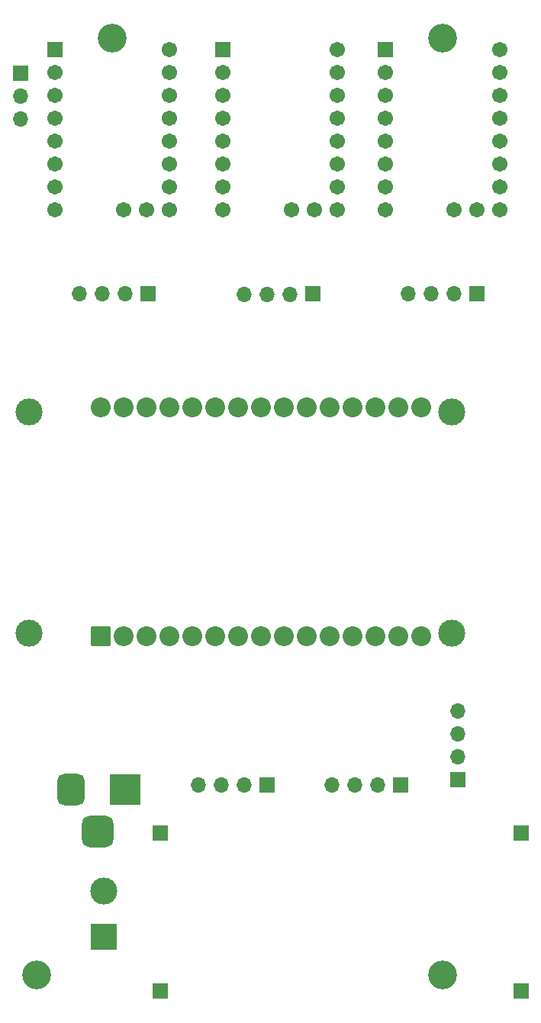
<source format=gts>
G04 #@! TF.GenerationSoftware,KiCad,Pcbnew,8.0.5-8.0.5-0~ubuntu22.04.1*
G04 #@! TF.CreationDate,2024-10-01T13:57:59+02:00*
G04 #@! TF.ProjectId,wire-cutter,77697265-2d63-4757-9474-65722e6b6963,rev?*
G04 #@! TF.SameCoordinates,Original*
G04 #@! TF.FileFunction,Soldermask,Top*
G04 #@! TF.FilePolarity,Negative*
%FSLAX46Y46*%
G04 Gerber Fmt 4.6, Leading zero omitted, Abs format (unit mm)*
G04 Created by KiCad (PCBNEW 8.0.5-8.0.5-0~ubuntu22.04.1) date 2024-10-01 13:57:59*
%MOMM*%
%LPD*%
G01*
G04 APERTURE LIST*
G04 Aperture macros list*
%AMRoundRect*
0 Rectangle with rounded corners*
0 $1 Rounding radius*
0 $2 $3 $4 $5 $6 $7 $8 $9 X,Y pos of 4 corners*
0 Add a 4 corners polygon primitive as box body*
4,1,4,$2,$3,$4,$5,$6,$7,$8,$9,$2,$3,0*
0 Add four circle primitives for the rounded corners*
1,1,$1+$1,$2,$3*
1,1,$1+$1,$4,$5*
1,1,$1+$1,$6,$7*
1,1,$1+$1,$8,$9*
0 Add four rect primitives between the rounded corners*
20,1,$1+$1,$2,$3,$4,$5,0*
20,1,$1+$1,$4,$5,$6,$7,0*
20,1,$1+$1,$6,$7,$8,$9,0*
20,1,$1+$1,$8,$9,$2,$3,0*%
G04 Aperture macros list end*
%ADD10R,1.700000X1.700000*%
%ADD11O,1.700000X1.700000*%
%ADD12C,3.200000*%
%ADD13C,3.000000*%
%ADD14RoundRect,0.102000X1.000000X-1.000000X1.000000X1.000000X-1.000000X1.000000X-1.000000X-1.000000X0*%
%ADD15C,2.204000*%
%ADD16R,3.000000X3.000000*%
%ADD17R,3.500000X3.500000*%
%ADD18RoundRect,0.750000X-0.750000X-1.000000X0.750000X-1.000000X0.750000X1.000000X-0.750000X1.000000X0*%
%ADD19RoundRect,0.875000X-0.875000X-0.875000X0.875000X-0.875000X0.875000X0.875000X-0.875000X0.875000X0*%
%ADD20RoundRect,0.102000X-0.754000X-0.754000X0.754000X-0.754000X0.754000X0.754000X-0.754000X0.754000X0*%
%ADD21C,1.712000*%
G04 APERTURE END LIST*
D10*
G04 #@! TO.C,EXTRUDER2*
X78420000Y-60960000D03*
D11*
X75880000Y-60960000D03*
X73340000Y-60960000D03*
X70800000Y-60960000D03*
G04 #@! TD*
D12*
G04 #@! TO.C,REF\u002A\u002A*
X74440000Y-32650000D03*
G04 #@! TD*
D10*
G04 #@! TO.C,5VOUT1*
X119765000Y-120870000D03*
G04 #@! TD*
D13*
G04 #@! TO.C,U4*
X65160000Y-98630000D03*
X112110000Y-98630000D03*
X65160000Y-74120000D03*
X112110000Y-74120000D03*
D14*
X73120000Y-99050000D03*
D15*
X75660000Y-99050000D03*
X78200000Y-99050000D03*
X80740000Y-99050000D03*
X83280000Y-99050000D03*
X85820000Y-99050000D03*
X88360000Y-99050000D03*
X90900000Y-99050000D03*
X93440000Y-99050000D03*
X95980000Y-99050000D03*
X98520000Y-99050000D03*
X101060000Y-99050000D03*
X103600000Y-99050000D03*
X106140000Y-99050000D03*
X108680000Y-99050000D03*
X108680000Y-73650000D03*
X106140000Y-73650000D03*
X103600000Y-73650000D03*
X101060000Y-73650000D03*
X98520000Y-73650000D03*
X95980000Y-73650000D03*
X93440000Y-73650000D03*
X90900000Y-73650000D03*
X88360000Y-73650000D03*
X85820000Y-73650000D03*
X83280000Y-73650000D03*
X80740000Y-73650000D03*
X78200000Y-73650000D03*
X75660000Y-73650000D03*
X73120000Y-73650000D03*
G04 #@! TD*
D10*
G04 #@! TO.C,LIN2*
X114910000Y-60960000D03*
D11*
X112370000Y-60960000D03*
X109830000Y-60960000D03*
X107290000Y-60960000D03*
G04 #@! TD*
D16*
G04 #@! TO.C,12V_INPUT1*
X73500000Y-132330000D03*
D13*
X73500000Y-127250000D03*
G04 #@! TD*
D17*
G04 #@! TO.C,12V_INPUT2*
X75810000Y-116000000D03*
D18*
X69810000Y-116000000D03*
D19*
X72810000Y-120700000D03*
G04 #@! TD*
D10*
G04 #@! TO.C,POWER1*
X91580000Y-115560000D03*
D11*
X89040000Y-115560000D03*
X86500000Y-115560000D03*
X83960000Y-115560000D03*
G04 #@! TD*
D12*
G04 #@! TO.C,REF\u002A\u002A*
X111100000Y-32650000D03*
G04 #@! TD*
D10*
G04 #@! TO.C,LIN1*
X96650000Y-60960000D03*
D11*
X94110000Y-61120000D03*
X91570000Y-61120000D03*
X89030000Y-61120000D03*
G04 #@! TD*
D10*
G04 #@! TO.C,ADDRESS_SELECTOR1*
X64240000Y-36540000D03*
D11*
X64240000Y-39080000D03*
X64240000Y-41620000D03*
G04 #@! TD*
D20*
G04 #@! TO.C,LINMOT2*
X104750000Y-33920000D03*
D21*
X104750000Y-36460000D03*
X104750000Y-39000000D03*
X104750000Y-41540000D03*
X104750000Y-44080000D03*
X104750000Y-46620000D03*
X104750000Y-49160000D03*
X104750000Y-51700000D03*
X117450000Y-33920000D03*
X117450000Y-36460000D03*
X117450000Y-39000000D03*
X117450000Y-41540000D03*
X117450000Y-44080000D03*
X117450000Y-46620000D03*
X117450000Y-49160000D03*
X117450000Y-51700000D03*
X112370000Y-51700000D03*
X114910000Y-51700000D03*
G04 #@! TD*
D10*
G04 #@! TO.C,12VIN1*
X79715000Y-120870000D03*
G04 #@! TD*
D20*
G04 #@! TO.C,LINMOT1*
X86680000Y-33920000D03*
D21*
X86680000Y-36460000D03*
X86680000Y-39000000D03*
X86680000Y-41540000D03*
X86680000Y-44080000D03*
X86680000Y-46620000D03*
X86680000Y-49160000D03*
X86680000Y-51700000D03*
X99380000Y-33920000D03*
X99380000Y-36460000D03*
X99380000Y-39000000D03*
X99380000Y-41540000D03*
X99380000Y-44080000D03*
X99380000Y-46620000D03*
X99380000Y-49160000D03*
X99380000Y-51700000D03*
X94300000Y-51700000D03*
X96840000Y-51700000D03*
G04 #@! TD*
D12*
G04 #@! TO.C,REF\u002A\u002A*
X66020000Y-136600000D03*
G04 #@! TD*
D20*
G04 #@! TO.C,EXTRUDER1*
X68090000Y-33920000D03*
D21*
X68090000Y-36460000D03*
X68090000Y-39000000D03*
X68090000Y-41540000D03*
X68090000Y-44080000D03*
X68090000Y-46620000D03*
X68090000Y-49160000D03*
X68090000Y-51700000D03*
X80790000Y-33920000D03*
X80790000Y-36460000D03*
X80790000Y-39000000D03*
X80790000Y-41540000D03*
X80790000Y-44080000D03*
X80790000Y-46620000D03*
X80790000Y-49160000D03*
X80790000Y-51700000D03*
X75710000Y-51700000D03*
X78250000Y-51700000D03*
G04 #@! TD*
D10*
G04 #@! TO.C,DISPLAY1*
X106440000Y-115560000D03*
D11*
X103900000Y-115560000D03*
X101360000Y-115560000D03*
X98820000Y-115560000D03*
G04 #@! TD*
D10*
G04 #@! TO.C,J3*
X119765000Y-138380000D03*
G04 #@! TD*
G04 #@! TO.C,J1*
X79715000Y-138380000D03*
G04 #@! TD*
G04 #@! TO.C,EC11*
X112740000Y-114930000D03*
D11*
X112740000Y-112390000D03*
X112740000Y-109850000D03*
X112740000Y-107310000D03*
G04 #@! TD*
D12*
G04 #@! TO.C,REF\u002A\u002A*
X111080000Y-136600000D03*
G04 #@! TD*
M02*

</source>
